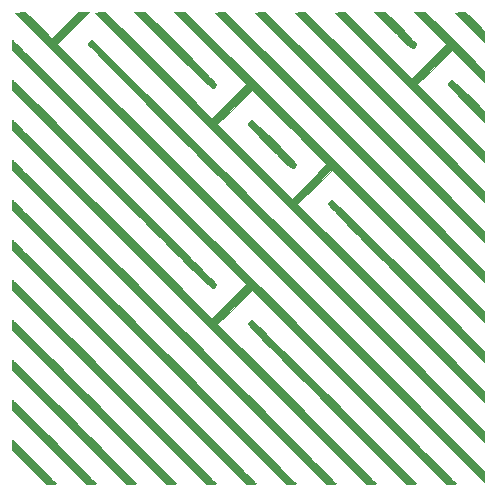
<source format=gbr>
G04 #@! TF.GenerationSoftware,KiCad,Pcbnew,(5.1.4)-1*
G04 #@! TF.CreationDate,2019-10-10T18:27:07+02:00*
G04 #@! TF.ProjectId,Back,4261636b-2e6b-4696-9361-645f70636258,rev?*
G04 #@! TF.SameCoordinates,Original*
G04 #@! TF.FileFunction,Legend,Top*
G04 #@! TF.FilePolarity,Positive*
%FSLAX46Y46*%
G04 Gerber Fmt 4.6, Leading zero omitted, Abs format (unit mm)*
G04 Created by KiCad (PCBNEW (5.1.4)-1) date 2019-10-10 18:27:07*
%MOMM*%
%LPD*%
G04 APERTURE LIST*
%ADD10C,0.010000*%
G04 APERTURE END LIST*
D10*
G36*
X130073201Y-69301401D02*
G01*
X130246978Y-69177240D01*
X130335172Y-69162667D01*
X130429477Y-69220981D01*
X130622363Y-69383823D01*
X130895686Y-69633044D01*
X131231305Y-69950494D01*
X131611077Y-70318026D01*
X132016862Y-70717488D01*
X132430515Y-71130733D01*
X132833896Y-71539611D01*
X133208862Y-71925972D01*
X133537270Y-72271668D01*
X133800980Y-72558549D01*
X133981849Y-72768466D01*
X134061734Y-72883270D01*
X134064000Y-72892955D01*
X134007769Y-73065875D01*
X133962400Y-73125067D01*
X133798384Y-73215944D01*
X133728828Y-73226667D01*
X133634522Y-73168353D01*
X133441637Y-73005511D01*
X133168314Y-72756290D01*
X132832695Y-72438839D01*
X132452922Y-72071308D01*
X132047138Y-71671845D01*
X131633485Y-71258601D01*
X131230104Y-70849723D01*
X130855138Y-70463362D01*
X130526729Y-70117666D01*
X130263019Y-69830785D01*
X130082151Y-69620868D01*
X130002265Y-69506064D01*
X130000000Y-69496378D01*
X130073201Y-69301401D01*
X130073201Y-69301401D01*
G37*
X130073201Y-69301401D02*
X130246978Y-69177240D01*
X130335172Y-69162667D01*
X130429477Y-69220981D01*
X130622363Y-69383823D01*
X130895686Y-69633044D01*
X131231305Y-69950494D01*
X131611077Y-70318026D01*
X132016862Y-70717488D01*
X132430515Y-71130733D01*
X132833896Y-71539611D01*
X133208862Y-71925972D01*
X133537270Y-72271668D01*
X133800980Y-72558549D01*
X133981849Y-72768466D01*
X134061734Y-72883270D01*
X134064000Y-72892955D01*
X134007769Y-73065875D01*
X133962400Y-73125067D01*
X133798384Y-73215944D01*
X133728828Y-73226667D01*
X133634522Y-73168353D01*
X133441637Y-73005511D01*
X133168314Y-72756290D01*
X132832695Y-72438839D01*
X132452922Y-72071308D01*
X132047138Y-71671845D01*
X131633485Y-71258601D01*
X131230104Y-70849723D01*
X130855138Y-70463362D01*
X130526729Y-70117666D01*
X130263019Y-69830785D01*
X130082151Y-69620868D01*
X130002265Y-69506064D01*
X130000000Y-69496378D01*
X130073201Y-69301401D01*
G36*
X110030824Y-96423082D02*
G01*
X110061744Y-96278503D01*
X110082905Y-96256000D01*
X110157756Y-96313580D01*
X110332925Y-96474329D01*
X110590431Y-96720257D01*
X110912292Y-97033376D01*
X111280528Y-97395697D01*
X111677156Y-97789233D01*
X112084196Y-98195993D01*
X112483666Y-98597991D01*
X112857584Y-98977236D01*
X113187969Y-99315741D01*
X113456840Y-99595518D01*
X113646216Y-99798576D01*
X113738114Y-99906929D01*
X113744000Y-99918555D01*
X113668035Y-99955126D01*
X113474742Y-99977756D01*
X113340926Y-99981333D01*
X112937852Y-99981333D01*
X111478259Y-98519951D01*
X110018667Y-97058569D01*
X110018667Y-96657284D01*
X110030824Y-96423082D01*
X110030824Y-96423082D01*
G37*
X110030824Y-96423082D02*
X110061744Y-96278503D01*
X110082905Y-96256000D01*
X110157756Y-96313580D01*
X110332925Y-96474329D01*
X110590431Y-96720257D01*
X110912292Y-97033376D01*
X111280528Y-97395697D01*
X111677156Y-97789233D01*
X112084196Y-98195993D01*
X112483666Y-98597991D01*
X112857584Y-98977236D01*
X113187969Y-99315741D01*
X113456840Y-99595518D01*
X113646216Y-99798576D01*
X113738114Y-99906929D01*
X113744000Y-99918555D01*
X113668035Y-99955126D01*
X113474742Y-99977756D01*
X113340926Y-99981333D01*
X112937852Y-99981333D01*
X111478259Y-98519951D01*
X110018667Y-97058569D01*
X110018667Y-96657284D01*
X110030824Y-96423082D01*
G36*
X110030743Y-93036723D02*
G01*
X110061462Y-92891957D01*
X110082549Y-92869333D01*
X110153281Y-92927420D01*
X110330168Y-93093109D01*
X110600355Y-93353543D01*
X110950986Y-93695866D01*
X111369206Y-94107221D01*
X111842161Y-94574751D01*
X112356993Y-95085600D01*
X112900849Y-95626911D01*
X113460873Y-96185827D01*
X114024209Y-96749492D01*
X114578003Y-97305049D01*
X115109398Y-97839641D01*
X115605541Y-98340411D01*
X116053574Y-98794504D01*
X116440644Y-99189061D01*
X116753895Y-99511227D01*
X116980471Y-99748145D01*
X117107517Y-99886958D01*
X117130667Y-99918212D01*
X117054707Y-99955001D01*
X116861452Y-99977752D01*
X116728076Y-99981333D01*
X116325486Y-99981333D01*
X113172076Y-96827082D01*
X110018667Y-93672831D01*
X110018667Y-93271082D01*
X110030743Y-93036723D01*
X110030743Y-93036723D01*
G37*
X110030743Y-93036723D02*
X110061462Y-92891957D01*
X110082549Y-92869333D01*
X110153281Y-92927420D01*
X110330168Y-93093109D01*
X110600355Y-93353543D01*
X110950986Y-93695866D01*
X111369206Y-94107221D01*
X111842161Y-94574751D01*
X112356993Y-95085600D01*
X112900849Y-95626911D01*
X113460873Y-96185827D01*
X114024209Y-96749492D01*
X114578003Y-97305049D01*
X115109398Y-97839641D01*
X115605541Y-98340411D01*
X116053574Y-98794504D01*
X116440644Y-99189061D01*
X116753895Y-99511227D01*
X116980471Y-99748145D01*
X117107517Y-99886958D01*
X117130667Y-99918212D01*
X117054707Y-99955001D01*
X116861452Y-99977752D01*
X116728076Y-99981333D01*
X116325486Y-99981333D01*
X113172076Y-96827082D01*
X110018667Y-93672831D01*
X110018667Y-93271082D01*
X110030743Y-93036723D01*
G36*
X110030716Y-89650151D02*
G01*
X110061366Y-89505328D01*
X110082425Y-89482667D01*
X110151251Y-89541021D01*
X110328794Y-89709061D01*
X110604517Y-89976250D01*
X110967886Y-90332054D01*
X111408365Y-90765935D01*
X111915420Y-91267360D01*
X112478515Y-91825792D01*
X113087115Y-92430696D01*
X113730686Y-93071536D01*
X114398692Y-93737777D01*
X115080598Y-94418882D01*
X115765870Y-95104318D01*
X116443971Y-95783547D01*
X117104368Y-96446034D01*
X117736524Y-97081244D01*
X118329906Y-97678641D01*
X118873977Y-98227690D01*
X119358203Y-98717855D01*
X119772049Y-99138600D01*
X120104979Y-99479391D01*
X120346460Y-99729690D01*
X120485954Y-99878963D01*
X120517333Y-99918090D01*
X120441375Y-99954956D01*
X120248132Y-99977750D01*
X120114890Y-99981333D01*
X119712448Y-99981333D01*
X114865557Y-95133893D01*
X110018667Y-90286453D01*
X110018667Y-89884560D01*
X110030716Y-89650151D01*
X110030716Y-89650151D01*
G37*
X110030716Y-89650151D02*
X110061366Y-89505328D01*
X110082425Y-89482667D01*
X110151251Y-89541021D01*
X110328794Y-89709061D01*
X110604517Y-89976250D01*
X110967886Y-90332054D01*
X111408365Y-90765935D01*
X111915420Y-91267360D01*
X112478515Y-91825792D01*
X113087115Y-92430696D01*
X113730686Y-93071536D01*
X114398692Y-93737777D01*
X115080598Y-94418882D01*
X115765870Y-95104318D01*
X116443971Y-95783547D01*
X117104368Y-96446034D01*
X117736524Y-97081244D01*
X118329906Y-97678641D01*
X118873977Y-98227690D01*
X119358203Y-98717855D01*
X119772049Y-99138600D01*
X120104979Y-99479391D01*
X120346460Y-99729690D01*
X120485954Y-99878963D01*
X120517333Y-99918090D01*
X120441375Y-99954956D01*
X120248132Y-99977750D01*
X120114890Y-99981333D01*
X119712448Y-99981333D01*
X114865557Y-95133893D01*
X110018667Y-90286453D01*
X110018667Y-89884560D01*
X110030716Y-89650151D01*
G36*
X110030702Y-86263531D02*
G01*
X110061317Y-86118680D01*
X110082361Y-86096000D01*
X110150031Y-86154527D01*
X110327932Y-86324014D01*
X110606923Y-86595320D01*
X110977865Y-86959305D01*
X111431616Y-87406828D01*
X111959036Y-87928747D01*
X112550985Y-88515923D01*
X113198323Y-89159215D01*
X113891908Y-89849482D01*
X114622601Y-90577582D01*
X115381260Y-91334376D01*
X116158746Y-92110723D01*
X116945917Y-92897482D01*
X117733634Y-93685511D01*
X118512756Y-94465672D01*
X119274142Y-95228822D01*
X120008652Y-95965820D01*
X120707146Y-96667528D01*
X121360482Y-97324802D01*
X121959521Y-97928504D01*
X122495122Y-98469491D01*
X122958145Y-98938624D01*
X123339448Y-99326761D01*
X123629892Y-99624762D01*
X123820336Y-99823486D01*
X123901640Y-99913792D01*
X123904000Y-99918027D01*
X123828043Y-99954933D01*
X123634805Y-99977749D01*
X123501628Y-99981333D01*
X123099257Y-99981333D01*
X116558962Y-93440630D01*
X110018667Y-86899926D01*
X110018667Y-86497963D01*
X110030702Y-86263531D01*
X110030702Y-86263531D01*
G37*
X110030702Y-86263531D02*
X110061317Y-86118680D01*
X110082361Y-86096000D01*
X110150031Y-86154527D01*
X110327932Y-86324014D01*
X110606923Y-86595320D01*
X110977865Y-86959305D01*
X111431616Y-87406828D01*
X111959036Y-87928747D01*
X112550985Y-88515923D01*
X113198323Y-89159215D01*
X113891908Y-89849482D01*
X114622601Y-90577582D01*
X115381260Y-91334376D01*
X116158746Y-92110723D01*
X116945917Y-92897482D01*
X117733634Y-93685511D01*
X118512756Y-94465672D01*
X119274142Y-95228822D01*
X120008652Y-95965820D01*
X120707146Y-96667528D01*
X121360482Y-97324802D01*
X121959521Y-97928504D01*
X122495122Y-98469491D01*
X122958145Y-98938624D01*
X123339448Y-99326761D01*
X123629892Y-99624762D01*
X123820336Y-99823486D01*
X123901640Y-99913792D01*
X123904000Y-99918027D01*
X123828043Y-99954933D01*
X123634805Y-99977749D01*
X123501628Y-99981333D01*
X123099257Y-99981333D01*
X116558962Y-93440630D01*
X110018667Y-86899926D01*
X110018667Y-86497963D01*
X110030702Y-86263531D01*
G36*
X121322561Y-60018667D02*
G01*
X124306614Y-63003608D01*
X124892991Y-63592713D01*
X125441201Y-64148411D01*
X125939810Y-64658763D01*
X126377383Y-65111832D01*
X126742487Y-65495678D01*
X127023689Y-65798364D01*
X127209555Y-66007951D01*
X127288650Y-66112502D01*
X127290667Y-66119341D01*
X127234421Y-66292536D01*
X127189067Y-66351733D01*
X127025259Y-66442603D01*
X126955815Y-66453333D01*
X126872576Y-66395020D01*
X126681622Y-66227418D01*
X126394412Y-65961540D01*
X126022404Y-65608397D01*
X125577056Y-65178997D01*
X125069828Y-64684353D01*
X124512176Y-64135475D01*
X123915561Y-63543374D01*
X123607667Y-63236000D01*
X120391169Y-60018667D01*
X121322561Y-60018667D01*
X121322561Y-60018667D01*
G37*
X121322561Y-60018667D02*
X124306614Y-63003608D01*
X124892991Y-63592713D01*
X125441201Y-64148411D01*
X125939810Y-64658763D01*
X126377383Y-65111832D01*
X126742487Y-65495678D01*
X127023689Y-65798364D01*
X127209555Y-66007951D01*
X127288650Y-66112502D01*
X127290667Y-66119341D01*
X127234421Y-66292536D01*
X127189067Y-66351733D01*
X127025259Y-66442603D01*
X126955815Y-66453333D01*
X126872576Y-66395020D01*
X126681622Y-66227418D01*
X126394412Y-65961540D01*
X126022404Y-65608397D01*
X125577056Y-65178997D01*
X125069828Y-64684353D01*
X124512176Y-64135475D01*
X123915561Y-63543374D01*
X123607667Y-63236000D01*
X120391169Y-60018667D01*
X121322561Y-60018667D01*
G36*
X110030693Y-65943561D02*
G01*
X110061287Y-65798691D01*
X110082323Y-65776000D01*
X110153520Y-65834841D01*
X110335592Y-66005891D01*
X110620364Y-66280943D01*
X110999660Y-66651787D01*
X111465304Y-67110216D01*
X112009120Y-67648021D01*
X112622931Y-68256994D01*
X113298562Y-68928926D01*
X114027837Y-69655609D01*
X114802580Y-70428835D01*
X115614614Y-71240396D01*
X116455764Y-72082083D01*
X117317854Y-72945687D01*
X118192707Y-73823001D01*
X119072149Y-74705817D01*
X119948002Y-75585925D01*
X120812090Y-76455117D01*
X121656239Y-77305186D01*
X122472271Y-78127922D01*
X123252011Y-78915118D01*
X123987282Y-79658565D01*
X124669909Y-80350055D01*
X125291716Y-80981379D01*
X125844527Y-81544329D01*
X126320165Y-82030698D01*
X126710455Y-82432275D01*
X127007220Y-82740854D01*
X127202286Y-82948226D01*
X127287475Y-83046182D01*
X127290667Y-83052389D01*
X127234407Y-83225863D01*
X127189067Y-83285067D01*
X127025426Y-83375929D01*
X126956074Y-83386667D01*
X126881696Y-83327824D01*
X126694681Y-83155817D01*
X126401918Y-82877429D01*
X126010296Y-82499443D01*
X125526704Y-82028643D01*
X124958032Y-81471811D01*
X124311167Y-80835732D01*
X123592999Y-80127187D01*
X122810417Y-79352961D01*
X121970311Y-78519836D01*
X121079568Y-77634595D01*
X120145078Y-76704023D01*
X119173730Y-75734901D01*
X118421674Y-74983341D01*
X110018667Y-66580016D01*
X110018667Y-66178008D01*
X110030693Y-65943561D01*
X110030693Y-65943561D01*
G37*
X110030693Y-65943561D02*
X110061287Y-65798691D01*
X110082323Y-65776000D01*
X110153520Y-65834841D01*
X110335592Y-66005891D01*
X110620364Y-66280943D01*
X110999660Y-66651787D01*
X111465304Y-67110216D01*
X112009120Y-67648021D01*
X112622931Y-68256994D01*
X113298562Y-68928926D01*
X114027837Y-69655609D01*
X114802580Y-70428835D01*
X115614614Y-71240396D01*
X116455764Y-72082083D01*
X117317854Y-72945687D01*
X118192707Y-73823001D01*
X119072149Y-74705817D01*
X119948002Y-75585925D01*
X120812090Y-76455117D01*
X121656239Y-77305186D01*
X122472271Y-78127922D01*
X123252011Y-78915118D01*
X123987282Y-79658565D01*
X124669909Y-80350055D01*
X125291716Y-80981379D01*
X125844527Y-81544329D01*
X126320165Y-82030698D01*
X126710455Y-82432275D01*
X127007220Y-82740854D01*
X127202286Y-82948226D01*
X127287475Y-83046182D01*
X127290667Y-83052389D01*
X127234407Y-83225863D01*
X127189067Y-83285067D01*
X127025426Y-83375929D01*
X126956074Y-83386667D01*
X126881696Y-83327824D01*
X126694681Y-83155817D01*
X126401918Y-82877429D01*
X126010296Y-82499443D01*
X125526704Y-82028643D01*
X124958032Y-81471811D01*
X124311167Y-80835732D01*
X123592999Y-80127187D01*
X122810417Y-79352961D01*
X121970311Y-78519836D01*
X121079568Y-77634595D01*
X120145078Y-76704023D01*
X119173730Y-75734901D01*
X118421674Y-74983341D01*
X110018667Y-66580016D01*
X110018667Y-66178008D01*
X110030693Y-65943561D01*
G36*
X110030693Y-82876892D02*
G01*
X110061287Y-82732024D01*
X110082323Y-82709333D01*
X110149194Y-82767984D01*
X110327325Y-82938477D01*
X110608531Y-83212630D01*
X110984628Y-83582257D01*
X111447431Y-84039174D01*
X111988756Y-84575196D01*
X112600417Y-85182138D01*
X113274231Y-85851815D01*
X114002013Y-86576043D01*
X114775578Y-87346637D01*
X115586742Y-88155413D01*
X116427320Y-88994185D01*
X117289127Y-89854769D01*
X118163980Y-90728980D01*
X119043693Y-91608633D01*
X119920082Y-92485545D01*
X120784962Y-93351529D01*
X121630149Y-94198402D01*
X122447458Y-95017979D01*
X123228705Y-95802074D01*
X123965705Y-96542504D01*
X124650274Y-97231083D01*
X125274226Y-97859627D01*
X125829378Y-98419951D01*
X126307545Y-98903871D01*
X126700542Y-99303201D01*
X127000185Y-99609757D01*
X127198289Y-99815355D01*
X127286670Y-99911809D01*
X127290667Y-99917989D01*
X127214710Y-99954919D01*
X127021476Y-99977748D01*
X126888337Y-99981333D01*
X126486008Y-99981333D01*
X118252337Y-91747338D01*
X110018667Y-83513343D01*
X110018667Y-83111338D01*
X110030693Y-82876892D01*
X110030693Y-82876892D01*
G37*
X110030693Y-82876892D02*
X110061287Y-82732024D01*
X110082323Y-82709333D01*
X110149194Y-82767984D01*
X110327325Y-82938477D01*
X110608531Y-83212630D01*
X110984628Y-83582257D01*
X111447431Y-84039174D01*
X111988756Y-84575196D01*
X112600417Y-85182138D01*
X113274231Y-85851815D01*
X114002013Y-86576043D01*
X114775578Y-87346637D01*
X115586742Y-88155413D01*
X116427320Y-88994185D01*
X117289127Y-89854769D01*
X118163980Y-90728980D01*
X119043693Y-91608633D01*
X119920082Y-92485545D01*
X120784962Y-93351529D01*
X121630149Y-94198402D01*
X122447458Y-95017979D01*
X123228705Y-95802074D01*
X123965705Y-96542504D01*
X124650274Y-97231083D01*
X125274226Y-97859627D01*
X125829378Y-98419951D01*
X126307545Y-98903871D01*
X126700542Y-99303201D01*
X127000185Y-99609757D01*
X127198289Y-99815355D01*
X127286670Y-99911809D01*
X127290667Y-99917989D01*
X127214710Y-99954919D01*
X127021476Y-99977748D01*
X126888337Y-99981333D01*
X126486008Y-99981333D01*
X118252337Y-91747338D01*
X110018667Y-83513343D01*
X110018667Y-83111338D01*
X110030693Y-82876892D01*
G36*
X110030688Y-79490243D02*
G01*
X110061268Y-79345364D01*
X110082297Y-79322667D01*
X110148575Y-79381411D01*
X110326868Y-79552658D01*
X110609701Y-79828930D01*
X110989595Y-80202752D01*
X111459075Y-80666646D01*
X112010662Y-81213134D01*
X112636881Y-81834740D01*
X113330254Y-82523986D01*
X114083303Y-83273396D01*
X114888553Y-84075493D01*
X115738526Y-84922799D01*
X116625746Y-85807837D01*
X117542734Y-86723131D01*
X118482015Y-87661202D01*
X119436111Y-88614575D01*
X120397545Y-89575772D01*
X121358840Y-90537316D01*
X122312520Y-91491729D01*
X123251107Y-92431536D01*
X124167125Y-93349258D01*
X125053096Y-94237419D01*
X125901543Y-95088541D01*
X126704990Y-95895149D01*
X127455960Y-96649763D01*
X128146975Y-97344908D01*
X128770558Y-97973106D01*
X129319233Y-98526881D01*
X129785522Y-98998755D01*
X130161949Y-99381251D01*
X130441037Y-99666892D01*
X130615309Y-99848201D01*
X130677287Y-99917701D01*
X130677333Y-99917964D01*
X130601377Y-99954909D01*
X130408145Y-99977747D01*
X130275031Y-99981333D01*
X129872730Y-99981333D01*
X119945698Y-90054032D01*
X110018667Y-80126731D01*
X110018667Y-79724699D01*
X110030688Y-79490243D01*
X110030688Y-79490243D01*
G37*
X110030688Y-79490243D02*
X110061268Y-79345364D01*
X110082297Y-79322667D01*
X110148575Y-79381411D01*
X110326868Y-79552658D01*
X110609701Y-79828930D01*
X110989595Y-80202752D01*
X111459075Y-80666646D01*
X112010662Y-81213134D01*
X112636881Y-81834740D01*
X113330254Y-82523986D01*
X114083303Y-83273396D01*
X114888553Y-84075493D01*
X115738526Y-84922799D01*
X116625746Y-85807837D01*
X117542734Y-86723131D01*
X118482015Y-87661202D01*
X119436111Y-88614575D01*
X120397545Y-89575772D01*
X121358840Y-90537316D01*
X122312520Y-91491729D01*
X123251107Y-92431536D01*
X124167125Y-93349258D01*
X125053096Y-94237419D01*
X125901543Y-95088541D01*
X126704990Y-95895149D01*
X127455960Y-96649763D01*
X128146975Y-97344908D01*
X128770558Y-97973106D01*
X129319233Y-98526881D01*
X129785522Y-98998755D01*
X130161949Y-99381251D01*
X130441037Y-99666892D01*
X130615309Y-99848201D01*
X130677287Y-99917701D01*
X130677333Y-99917964D01*
X130601377Y-99954909D01*
X130408145Y-99977747D01*
X130275031Y-99981333D01*
X129872730Y-99981333D01*
X119945698Y-90054032D01*
X110018667Y-80126731D01*
X110018667Y-79724699D01*
X110030688Y-79490243D01*
G36*
X110030684Y-76103590D02*
G01*
X110061254Y-75958703D01*
X110082279Y-75936000D01*
X110148092Y-75994819D01*
X110326508Y-76166656D01*
X110610599Y-76444588D01*
X110993440Y-76821686D01*
X111468104Y-77291026D01*
X112027666Y-77845681D01*
X112665200Y-78478725D01*
X113373780Y-79183232D01*
X114146479Y-79952276D01*
X114976372Y-80778932D01*
X115856532Y-81656272D01*
X116780035Y-82577371D01*
X117739953Y-83535303D01*
X118729361Y-84523141D01*
X119741332Y-85533960D01*
X120768941Y-86560834D01*
X121805263Y-87596837D01*
X122843369Y-88635042D01*
X123876336Y-89668523D01*
X124897236Y-90690355D01*
X125899145Y-91693611D01*
X126875135Y-92671365D01*
X127818281Y-93616692D01*
X128721656Y-94522665D01*
X129578336Y-95382358D01*
X130381393Y-96188845D01*
X131123902Y-96935200D01*
X131798937Y-97614497D01*
X132399572Y-98219809D01*
X132918881Y-98744212D01*
X133349937Y-99180778D01*
X133685815Y-99522583D01*
X133919590Y-99762698D01*
X134044334Y-99894200D01*
X134064000Y-99917945D01*
X133988044Y-99954902D01*
X133794813Y-99977747D01*
X133661718Y-99981333D01*
X133259436Y-99981333D01*
X121639051Y-88360718D01*
X110018667Y-76740103D01*
X110018667Y-76338052D01*
X110030684Y-76103590D01*
X110030684Y-76103590D01*
G37*
X110030684Y-76103590D02*
X110061254Y-75958703D01*
X110082279Y-75936000D01*
X110148092Y-75994819D01*
X110326508Y-76166656D01*
X110610599Y-76444588D01*
X110993440Y-76821686D01*
X111468104Y-77291026D01*
X112027666Y-77845681D01*
X112665200Y-78478725D01*
X113373780Y-79183232D01*
X114146479Y-79952276D01*
X114976372Y-80778932D01*
X115856532Y-81656272D01*
X116780035Y-82577371D01*
X117739953Y-83535303D01*
X118729361Y-84523141D01*
X119741332Y-85533960D01*
X120768941Y-86560834D01*
X121805263Y-87596837D01*
X122843369Y-88635042D01*
X123876336Y-89668523D01*
X124897236Y-90690355D01*
X125899145Y-91693611D01*
X126875135Y-92671365D01*
X127818281Y-93616692D01*
X128721656Y-94522665D01*
X129578336Y-95382358D01*
X130381393Y-96188845D01*
X131123902Y-96935200D01*
X131798937Y-97614497D01*
X132399572Y-98219809D01*
X132918881Y-98744212D01*
X133349937Y-99180778D01*
X133685815Y-99522583D01*
X133919590Y-99762698D01*
X134044334Y-99894200D01*
X134064000Y-99917945D01*
X133988044Y-99954902D01*
X133794813Y-99977747D01*
X133661718Y-99981333D01*
X133259436Y-99981333D01*
X121639051Y-88360718D01*
X110018667Y-76740103D01*
X110018667Y-76338052D01*
X110030684Y-76103590D01*
G36*
X110030675Y-72717066D02*
G01*
X110061224Y-72572093D01*
X110082265Y-72549333D01*
X110147703Y-72608213D01*
X110326214Y-72780531D01*
X110611316Y-73059805D01*
X110996528Y-73439556D01*
X111475369Y-73913300D01*
X112041357Y-74474558D01*
X112688012Y-75116848D01*
X113408852Y-75833688D01*
X114197395Y-76618597D01*
X115047161Y-77465094D01*
X115951668Y-78366698D01*
X116904436Y-79316927D01*
X117898982Y-80309300D01*
X118928826Y-81337336D01*
X119987486Y-82394553D01*
X121068481Y-83474471D01*
X122165330Y-84570607D01*
X123271551Y-85676481D01*
X124380664Y-86785611D01*
X125486188Y-87891517D01*
X126581640Y-88987716D01*
X127660539Y-90067727D01*
X128716405Y-91125070D01*
X129742756Y-92153263D01*
X130733112Y-93145824D01*
X131680989Y-94096272D01*
X132579909Y-94998127D01*
X133423388Y-95844906D01*
X134204947Y-96630129D01*
X134918103Y-97347314D01*
X135556375Y-97989980D01*
X136113283Y-98551645D01*
X136582345Y-99025828D01*
X136957080Y-99406049D01*
X137231006Y-99685825D01*
X137397642Y-99858676D01*
X137450667Y-99917931D01*
X137374713Y-99954905D01*
X137181499Y-99977753D01*
X137048600Y-99981333D01*
X136646534Y-99981333D01*
X123332600Y-86667601D01*
X110018667Y-73353868D01*
X110018667Y-72951601D01*
X110030675Y-72717066D01*
X110030675Y-72717066D01*
G37*
X110030675Y-72717066D02*
X110061224Y-72572093D01*
X110082265Y-72549333D01*
X110147703Y-72608213D01*
X110326214Y-72780531D01*
X110611316Y-73059805D01*
X110996528Y-73439556D01*
X111475369Y-73913300D01*
X112041357Y-74474558D01*
X112688012Y-75116848D01*
X113408852Y-75833688D01*
X114197395Y-76618597D01*
X115047161Y-77465094D01*
X115951668Y-78366698D01*
X116904436Y-79316927D01*
X117898982Y-80309300D01*
X118928826Y-81337336D01*
X119987486Y-82394553D01*
X121068481Y-83474471D01*
X122165330Y-84570607D01*
X123271551Y-85676481D01*
X124380664Y-86785611D01*
X125486188Y-87891517D01*
X126581640Y-88987716D01*
X127660539Y-90067727D01*
X128716405Y-91125070D01*
X129742756Y-92153263D01*
X130733112Y-93145824D01*
X131680989Y-94096272D01*
X132579909Y-94998127D01*
X133423388Y-95844906D01*
X134204947Y-96630129D01*
X134918103Y-97347314D01*
X135556375Y-97989980D01*
X136113283Y-98551645D01*
X136582345Y-99025828D01*
X136957080Y-99406049D01*
X137231006Y-99685825D01*
X137397642Y-99858676D01*
X137450667Y-99917931D01*
X137374713Y-99954905D01*
X137181499Y-99977753D01*
X137048600Y-99981333D01*
X136646534Y-99981333D01*
X123332600Y-86667601D01*
X110018667Y-73353868D01*
X110018667Y-72951601D01*
X110030675Y-72717066D01*
G36*
X141643715Y-60018667D02*
G01*
X142933858Y-61310826D01*
X143314226Y-61697601D01*
X143650168Y-62050325D01*
X143924146Y-62349660D01*
X144118621Y-62576271D01*
X144216055Y-62710821D01*
X144224000Y-62733226D01*
X144167783Y-62905881D01*
X144122400Y-62965067D01*
X143958291Y-63055948D01*
X143888684Y-63066667D01*
X143794979Y-63008873D01*
X143600290Y-62846244D01*
X143322128Y-62594913D01*
X142978005Y-62271011D01*
X142585431Y-61890669D01*
X142234333Y-61542667D01*
X140712097Y-60018667D01*
X141643715Y-60018667D01*
X141643715Y-60018667D01*
G37*
X141643715Y-60018667D02*
X142933858Y-61310826D01*
X143314226Y-61697601D01*
X143650168Y-62050325D01*
X143924146Y-62349660D01*
X144118621Y-62576271D01*
X144216055Y-62710821D01*
X144224000Y-62733226D01*
X144167783Y-62905881D01*
X144122400Y-62965067D01*
X143958291Y-63055948D01*
X143888684Y-63066667D01*
X143794979Y-63008873D01*
X143600290Y-62846244D01*
X143322128Y-62594913D01*
X142978005Y-62271011D01*
X142585431Y-61890669D01*
X142234333Y-61542667D01*
X140712097Y-60018667D01*
X141643715Y-60018667D01*
G36*
X130073191Y-86234819D02*
G01*
X130246897Y-86110492D01*
X130334628Y-86096000D01*
X130407453Y-86154477D01*
X130590569Y-86323823D01*
X130874803Y-86594909D01*
X131250982Y-86958606D01*
X131709933Y-87405785D01*
X132242482Y-87927318D01*
X132839456Y-88514076D01*
X133491682Y-89156930D01*
X134189986Y-89846750D01*
X134925196Y-90574410D01*
X135688138Y-91330779D01*
X136469639Y-92106729D01*
X137260525Y-92893131D01*
X138051623Y-93680856D01*
X138833761Y-94460776D01*
X139597765Y-95223762D01*
X140334461Y-95960685D01*
X141034676Y-96662416D01*
X141689238Y-97319826D01*
X142288972Y-97923788D01*
X142824705Y-98465171D01*
X143287265Y-98934847D01*
X143667478Y-99323688D01*
X143956171Y-99622564D01*
X144144171Y-99822347D01*
X144222303Y-99913908D01*
X144224000Y-99918027D01*
X144148043Y-99954933D01*
X143954806Y-99977749D01*
X143821633Y-99981333D01*
X143419267Y-99981333D01*
X136709633Y-93271302D01*
X135823221Y-92383690D01*
X134971070Y-91528146D01*
X134160775Y-90712414D01*
X133399931Y-89944238D01*
X132696135Y-89231364D01*
X132056983Y-88581534D01*
X131490068Y-88002493D01*
X131002988Y-87501987D01*
X130603337Y-87087759D01*
X130298712Y-86767553D01*
X130096707Y-86549113D01*
X130004918Y-86440185D01*
X130000000Y-86430235D01*
X130073191Y-86234819D01*
X130073191Y-86234819D01*
G37*
X130073191Y-86234819D02*
X130246897Y-86110492D01*
X130334628Y-86096000D01*
X130407453Y-86154477D01*
X130590569Y-86323823D01*
X130874803Y-86594909D01*
X131250982Y-86958606D01*
X131709933Y-87405785D01*
X132242482Y-87927318D01*
X132839456Y-88514076D01*
X133491682Y-89156930D01*
X134189986Y-89846750D01*
X134925196Y-90574410D01*
X135688138Y-91330779D01*
X136469639Y-92106729D01*
X137260525Y-92893131D01*
X138051623Y-93680856D01*
X138833761Y-94460776D01*
X139597765Y-95223762D01*
X140334461Y-95960685D01*
X141034676Y-96662416D01*
X141689238Y-97319826D01*
X142288972Y-97923788D01*
X142824705Y-98465171D01*
X143287265Y-98934847D01*
X143667478Y-99323688D01*
X143956171Y-99622564D01*
X144144171Y-99822347D01*
X144222303Y-99913908D01*
X144224000Y-99918027D01*
X144148043Y-99954933D01*
X143954806Y-99977749D01*
X143821633Y-99981333D01*
X143419267Y-99981333D01*
X136709633Y-93271302D01*
X135823221Y-92383690D01*
X134971070Y-91528146D01*
X134160775Y-90712414D01*
X133399931Y-89944238D01*
X132696135Y-89231364D01*
X132056983Y-88581534D01*
X131490068Y-88002493D01*
X131002988Y-87501987D01*
X130603337Y-87087759D01*
X130298712Y-86767553D01*
X130096707Y-86549113D01*
X130004918Y-86440185D01*
X130000000Y-86430235D01*
X130073191Y-86234819D01*
G36*
X110030632Y-69330273D02*
G01*
X110061070Y-69185376D01*
X110082008Y-69162667D01*
X110148285Y-69221455D01*
X110327376Y-69393305D01*
X110612455Y-69671441D01*
X110996698Y-70049091D01*
X111473279Y-70519481D01*
X112035372Y-71075836D01*
X112676154Y-71711384D01*
X113388798Y-72419349D01*
X114166480Y-73192959D01*
X115002374Y-74025440D01*
X115889656Y-74910017D01*
X116821500Y-75839917D01*
X117791082Y-76808367D01*
X118548601Y-77565600D01*
X126951853Y-85968534D01*
X128412205Y-84508181D01*
X129872558Y-83047829D01*
X119945612Y-73120613D01*
X110018667Y-63193398D01*
X110018667Y-62791366D01*
X110030677Y-62556910D01*
X110061228Y-62412031D01*
X110082238Y-62389333D01*
X110146872Y-62448346D01*
X110325578Y-62621698D01*
X110612824Y-62903856D01*
X111003080Y-63289290D01*
X111490814Y-63772468D01*
X112070494Y-64347859D01*
X112736590Y-65009930D01*
X113483569Y-65753152D01*
X114305900Y-66571992D01*
X115198053Y-67460919D01*
X116154494Y-68414402D01*
X117169694Y-69426908D01*
X118238121Y-70492908D01*
X119354242Y-71606868D01*
X120512528Y-72763259D01*
X121707446Y-73956547D01*
X122933465Y-75181203D01*
X124185054Y-76431694D01*
X125456681Y-77702490D01*
X126742814Y-78988058D01*
X128037923Y-80282867D01*
X129336477Y-81581386D01*
X130632942Y-82878083D01*
X131921789Y-84167428D01*
X133197486Y-85443888D01*
X134454501Y-86701932D01*
X135687303Y-87936029D01*
X136890360Y-89140647D01*
X138058142Y-90310254D01*
X139185117Y-91439321D01*
X140265752Y-92522314D01*
X141294518Y-93553703D01*
X142265882Y-94527955D01*
X143174314Y-95439541D01*
X144014281Y-96282928D01*
X144780252Y-97052584D01*
X145466696Y-97742979D01*
X146068082Y-98348581D01*
X146578878Y-98863859D01*
X146993552Y-99283281D01*
X147306574Y-99601315D01*
X147512412Y-99812431D01*
X147605534Y-99911096D01*
X147610667Y-99917905D01*
X147534714Y-99954896D01*
X147341504Y-99977753D01*
X147208662Y-99981333D01*
X146806657Y-99981333D01*
X138572734Y-91747735D01*
X130338810Y-83514136D01*
X128878492Y-84974455D01*
X127418173Y-86434774D01*
X134127753Y-93144752D01*
X135013674Y-94031279D01*
X135865376Y-94884644D01*
X136675277Y-95697194D01*
X137435795Y-96461274D01*
X138139346Y-97169228D01*
X138778348Y-97813402D01*
X139345218Y-98386141D01*
X139832372Y-98879791D01*
X140232229Y-99286696D01*
X140537205Y-99599201D01*
X140739718Y-99809653D01*
X140832184Y-99910395D01*
X140837333Y-99918032D01*
X140761378Y-99954939D01*
X140568148Y-99977753D01*
X140435077Y-99981333D01*
X140032821Y-99981333D01*
X125025744Y-84974078D01*
X110018667Y-69966822D01*
X110018667Y-69564744D01*
X110030632Y-69330273D01*
X110030632Y-69330273D01*
G37*
X110030632Y-69330273D02*
X110061070Y-69185376D01*
X110082008Y-69162667D01*
X110148285Y-69221455D01*
X110327376Y-69393305D01*
X110612455Y-69671441D01*
X110996698Y-70049091D01*
X111473279Y-70519481D01*
X112035372Y-71075836D01*
X112676154Y-71711384D01*
X113388798Y-72419349D01*
X114166480Y-73192959D01*
X115002374Y-74025440D01*
X115889656Y-74910017D01*
X116821500Y-75839917D01*
X117791082Y-76808367D01*
X118548601Y-77565600D01*
X126951853Y-85968534D01*
X128412205Y-84508181D01*
X129872558Y-83047829D01*
X119945612Y-73120613D01*
X110018667Y-63193398D01*
X110018667Y-62791366D01*
X110030677Y-62556910D01*
X110061228Y-62412031D01*
X110082238Y-62389333D01*
X110146872Y-62448346D01*
X110325578Y-62621698D01*
X110612824Y-62903856D01*
X111003080Y-63289290D01*
X111490814Y-63772468D01*
X112070494Y-64347859D01*
X112736590Y-65009930D01*
X113483569Y-65753152D01*
X114305900Y-66571992D01*
X115198053Y-67460919D01*
X116154494Y-68414402D01*
X117169694Y-69426908D01*
X118238121Y-70492908D01*
X119354242Y-71606868D01*
X120512528Y-72763259D01*
X121707446Y-73956547D01*
X122933465Y-75181203D01*
X124185054Y-76431694D01*
X125456681Y-77702490D01*
X126742814Y-78988058D01*
X128037923Y-80282867D01*
X129336477Y-81581386D01*
X130632942Y-82878083D01*
X131921789Y-84167428D01*
X133197486Y-85443888D01*
X134454501Y-86701932D01*
X135687303Y-87936029D01*
X136890360Y-89140647D01*
X138058142Y-90310254D01*
X139185117Y-91439321D01*
X140265752Y-92522314D01*
X141294518Y-93553703D01*
X142265882Y-94527955D01*
X143174314Y-95439541D01*
X144014281Y-96282928D01*
X144780252Y-97052584D01*
X145466696Y-97742979D01*
X146068082Y-98348581D01*
X146578878Y-98863859D01*
X146993552Y-99283281D01*
X147306574Y-99601315D01*
X147512412Y-99812431D01*
X147605534Y-99911096D01*
X147610667Y-99917905D01*
X147534714Y-99954896D01*
X147341504Y-99977753D01*
X147208662Y-99981333D01*
X146806657Y-99981333D01*
X138572734Y-91747735D01*
X130338810Y-83514136D01*
X128878492Y-84974455D01*
X127418173Y-86434774D01*
X134127753Y-93144752D01*
X135013674Y-94031279D01*
X135865376Y-94884644D01*
X136675277Y-95697194D01*
X137435795Y-96461274D01*
X138139346Y-97169228D01*
X138778348Y-97813402D01*
X139345218Y-98386141D01*
X139832372Y-98879791D01*
X140232229Y-99286696D01*
X140537205Y-99599201D01*
X140739718Y-99809653D01*
X140832184Y-99910395D01*
X140837333Y-99918032D01*
X140761378Y-99954939D01*
X140568148Y-99977753D01*
X140435077Y-99981333D01*
X140032821Y-99981333D01*
X125025744Y-84974078D01*
X110018667Y-69966822D01*
X110018667Y-69564744D01*
X110030632Y-69330273D01*
G36*
X147962107Y-60034902D02*
G01*
X148401913Y-60008803D01*
X149191623Y-60795230D01*
X149981333Y-61581656D01*
X149981333Y-62514143D01*
X148751817Y-61287572D01*
X147522300Y-60061000D01*
X147962107Y-60034902D01*
X147962107Y-60034902D01*
G37*
X147962107Y-60034902D02*
X148401913Y-60008803D01*
X149191623Y-60795230D01*
X149981333Y-61581656D01*
X149981333Y-62514143D01*
X148751817Y-61287572D01*
X147522300Y-60061000D01*
X147962107Y-60034902D01*
G36*
X147006605Y-65914810D02*
G01*
X147180932Y-65790370D01*
X147268791Y-65776000D01*
X147365369Y-65833672D01*
X147560861Y-65994975D01*
X147835925Y-66242338D01*
X148171221Y-66558192D01*
X148547408Y-66924966D01*
X148691191Y-67068160D01*
X149981333Y-68360319D01*
X149981333Y-69287903D01*
X148457333Y-67765667D01*
X148042315Y-67346119D01*
X147670310Y-66960447D01*
X147357449Y-66626160D01*
X147119864Y-66360770D01*
X146973686Y-66181790D01*
X146933333Y-66111316D01*
X147006605Y-65914810D01*
X147006605Y-65914810D01*
G37*
X147006605Y-65914810D02*
X147180932Y-65790370D01*
X147268791Y-65776000D01*
X147365369Y-65833672D01*
X147560861Y-65994975D01*
X147835925Y-66242338D01*
X148171221Y-66558192D01*
X148547408Y-66924966D01*
X148691191Y-67068160D01*
X149981333Y-68360319D01*
X149981333Y-69287903D01*
X148457333Y-67765667D01*
X148042315Y-67346119D01*
X147670310Y-66960447D01*
X147357449Y-66626160D01*
X147119864Y-66360770D01*
X146973686Y-66181790D01*
X146933333Y-66111316D01*
X147006605Y-65914810D01*
G36*
X137804094Y-60034863D02*
G01*
X138244122Y-60008727D01*
X143885500Y-65648219D01*
X145345267Y-64188453D01*
X146805033Y-62728686D01*
X145452009Y-61373677D01*
X144098985Y-60018667D01*
X145029410Y-60018667D01*
X147505371Y-62495696D01*
X149981333Y-64972725D01*
X149981333Y-65901015D01*
X148626323Y-64547991D01*
X147271314Y-63194967D01*
X145811547Y-64654733D01*
X144351781Y-66114500D01*
X149981333Y-71745934D01*
X149981333Y-72675907D01*
X143672700Y-66368454D01*
X137364067Y-60061000D01*
X137804094Y-60034863D01*
X137804094Y-60034863D01*
G37*
X137804094Y-60034863D02*
X138244122Y-60008727D01*
X143885500Y-65648219D01*
X145345267Y-64188453D01*
X146805033Y-62728686D01*
X145452009Y-61373677D01*
X144098985Y-60018667D01*
X145029410Y-60018667D01*
X147505371Y-62495696D01*
X149981333Y-64972725D01*
X149981333Y-65901015D01*
X148626323Y-64547991D01*
X147271314Y-63194967D01*
X145811547Y-64654733D01*
X144351781Y-66114500D01*
X149981333Y-71745934D01*
X149981333Y-72675907D01*
X143672700Y-66368454D01*
X137364067Y-60061000D01*
X137804094Y-60034863D01*
G36*
X134417755Y-60034854D02*
G01*
X134858020Y-60008707D01*
X142419677Y-67570010D01*
X149981333Y-75131312D01*
X149981333Y-76062664D01*
X141979412Y-68061832D01*
X133977490Y-60061000D01*
X134417755Y-60034854D01*
X134417755Y-60034854D01*
G37*
X134417755Y-60034854D02*
X134858020Y-60008707D01*
X142419677Y-67570010D01*
X149981333Y-75131312D01*
X149981333Y-76062664D01*
X141979412Y-68061832D01*
X133977490Y-60061000D01*
X134417755Y-60034854D01*
G36*
X131031149Y-60034853D02*
G01*
X131471416Y-60008705D01*
X140726374Y-69263374D01*
X149981333Y-78518044D01*
X149981333Y-79449390D01*
X140286107Y-69755195D01*
X130590882Y-60061000D01*
X131031149Y-60034853D01*
X131031149Y-60034853D01*
G37*
X131031149Y-60034853D02*
X131471416Y-60008705D01*
X140726374Y-69263374D01*
X149981333Y-78518044D01*
X149981333Y-79449390D01*
X140286107Y-69755195D01*
X130590882Y-60061000D01*
X131031149Y-60034853D01*
G36*
X127644524Y-60034852D02*
G01*
X128084792Y-60008703D01*
X139033063Y-70956729D01*
X149981333Y-81904755D01*
X149981333Y-82836097D01*
X138592795Y-71448549D01*
X127204256Y-60061000D01*
X127644524Y-60034852D01*
X127644524Y-60034852D01*
G37*
X127644524Y-60034852D02*
X128084792Y-60008703D01*
X139033063Y-70956729D01*
X149981333Y-81904755D01*
X149981333Y-82836097D01*
X138592795Y-71448549D01*
X127204256Y-60061000D01*
X127644524Y-60034852D01*
G36*
X136846540Y-76074843D02*
G01*
X137020362Y-75950439D01*
X137107977Y-75936000D01*
X137184494Y-75994708D01*
X137372513Y-76165635D01*
X137664074Y-76440984D01*
X138051221Y-76812959D01*
X138525998Y-77273762D01*
X139080446Y-77815596D01*
X139706609Y-78430666D01*
X140396531Y-79111174D01*
X141142253Y-79849323D01*
X141935818Y-80637318D01*
X142769271Y-81467360D01*
X143610377Y-82307376D01*
X149981333Y-88678751D01*
X149981333Y-89609260D01*
X143377333Y-83005667D01*
X142498008Y-82125227D01*
X141653007Y-81276874D01*
X140849990Y-80468417D01*
X140096611Y-79707665D01*
X139400530Y-79002428D01*
X138769402Y-78360515D01*
X138210886Y-77789734D01*
X137732639Y-77297895D01*
X137342317Y-76892808D01*
X137047578Y-76582281D01*
X136856080Y-76374123D01*
X136775479Y-76276143D01*
X136773333Y-76270637D01*
X136846540Y-76074843D01*
X136846540Y-76074843D01*
G37*
X136846540Y-76074843D02*
X137020362Y-75950439D01*
X137107977Y-75936000D01*
X137184494Y-75994708D01*
X137372513Y-76165635D01*
X137664074Y-76440984D01*
X138051221Y-76812959D01*
X138525998Y-77273762D01*
X139080446Y-77815596D01*
X139706609Y-78430666D01*
X140396531Y-79111174D01*
X141142253Y-79849323D01*
X141935818Y-80637318D01*
X142769271Y-81467360D01*
X143610377Y-82307376D01*
X149981333Y-88678751D01*
X149981333Y-89609260D01*
X143377333Y-83005667D01*
X142498008Y-82125227D01*
X141653007Y-81276874D01*
X140849990Y-80468417D01*
X140096611Y-79707665D01*
X139400530Y-79002428D01*
X138769402Y-78360515D01*
X138210886Y-77789734D01*
X137732639Y-77297895D01*
X137342317Y-76892808D01*
X137047578Y-76582281D01*
X136856080Y-76374123D01*
X136775479Y-76276143D01*
X136773333Y-76270637D01*
X136846540Y-76074843D01*
G36*
X117484394Y-60034858D02*
G01*
X117924459Y-60008715D01*
X122438224Y-64521889D01*
X126951990Y-69035063D01*
X129872252Y-66114801D01*
X123777882Y-60018667D01*
X124708546Y-60018667D01*
X137344939Y-72655273D01*
X149981333Y-85291879D01*
X149981333Y-86222582D01*
X143546715Y-79788382D01*
X137112098Y-73354182D01*
X134191476Y-76274804D01*
X142086405Y-84170071D01*
X149981333Y-92065338D01*
X149981333Y-92996170D01*
X133724541Y-76740284D01*
X133724541Y-75807924D01*
X135164270Y-74370063D01*
X135565934Y-73967178D01*
X135924440Y-73604248D01*
X136223343Y-73298191D01*
X136446200Y-73065930D01*
X136576568Y-72924386D01*
X136604000Y-72888505D01*
X136545882Y-72822029D01*
X136378933Y-72647279D01*
X136114263Y-72375516D01*
X135762979Y-72017999D01*
X135336189Y-71585989D01*
X134845003Y-71090747D01*
X134300528Y-70543532D01*
X133713874Y-69955605D01*
X133471272Y-69712939D01*
X130338544Y-66581069D01*
X128878330Y-68041284D01*
X127418115Y-69501498D01*
X133724541Y-75807924D01*
X133724541Y-76740284D01*
X117044329Y-60061000D01*
X117484394Y-60034858D01*
X117484394Y-60034858D01*
G37*
X117484394Y-60034858D02*
X117924459Y-60008715D01*
X122438224Y-64521889D01*
X126951990Y-69035063D01*
X129872252Y-66114801D01*
X123777882Y-60018667D01*
X124708546Y-60018667D01*
X137344939Y-72655273D01*
X149981333Y-85291879D01*
X149981333Y-86222582D01*
X143546715Y-79788382D01*
X137112098Y-73354182D01*
X134191476Y-76274804D01*
X142086405Y-84170071D01*
X149981333Y-92065338D01*
X149981333Y-92996170D01*
X133724541Y-76740284D01*
X133724541Y-75807924D01*
X135164270Y-74370063D01*
X135565934Y-73967178D01*
X135924440Y-73604248D01*
X136223343Y-73298191D01*
X136446200Y-73065930D01*
X136576568Y-72924386D01*
X136604000Y-72888505D01*
X136545882Y-72822029D01*
X136378933Y-72647279D01*
X136114263Y-72375516D01*
X135762979Y-72017999D01*
X135336189Y-71585989D01*
X134845003Y-71090747D01*
X134300528Y-70543532D01*
X133713874Y-69955605D01*
X133471272Y-69712939D01*
X130338544Y-66581069D01*
X128878330Y-68041284D01*
X127418115Y-69501498D01*
X133724541Y-75807924D01*
X133724541Y-76740284D01*
X117044329Y-60061000D01*
X117484394Y-60034858D01*
G36*
X116526529Y-62528181D02*
G01*
X116700266Y-62403786D01*
X116787848Y-62389333D01*
X116858079Y-62448450D01*
X117043072Y-62622580D01*
X117337959Y-62906893D01*
X117737871Y-63296559D01*
X118237941Y-63786748D01*
X118833300Y-64372631D01*
X119519080Y-65049378D01*
X120290412Y-65812158D01*
X121142429Y-66656142D01*
X122070262Y-67576500D01*
X123069043Y-68568401D01*
X124133904Y-69627016D01*
X125259976Y-70747516D01*
X126442392Y-71925069D01*
X127676282Y-73154847D01*
X128956779Y-74432018D01*
X130279015Y-75751754D01*
X131638120Y-77109225D01*
X133029228Y-78499600D01*
X133450248Y-78920581D01*
X149981333Y-95451829D01*
X149981333Y-96382840D01*
X133217333Y-79619000D01*
X131808154Y-78209372D01*
X130430403Y-76830269D01*
X129088875Y-75486527D01*
X127788368Y-74182978D01*
X126533677Y-72924456D01*
X125329598Y-71715795D01*
X124180927Y-70561830D01*
X123092462Y-69467392D01*
X122068997Y-68437317D01*
X121115330Y-67476438D01*
X120236256Y-66589588D01*
X119436571Y-65781601D01*
X118721072Y-65057312D01*
X118094555Y-64421553D01*
X117561816Y-63879159D01*
X117127652Y-63434963D01*
X116796857Y-63093798D01*
X116574230Y-62860499D01*
X116464565Y-62739900D01*
X116453333Y-62723847D01*
X116526529Y-62528181D01*
X116526529Y-62528181D01*
G37*
X116526529Y-62528181D02*
X116700266Y-62403786D01*
X116787848Y-62389333D01*
X116858079Y-62448450D01*
X117043072Y-62622580D01*
X117337959Y-62906893D01*
X117737871Y-63296559D01*
X118237941Y-63786748D01*
X118833300Y-64372631D01*
X119519080Y-65049378D01*
X120290412Y-65812158D01*
X121142429Y-66656142D01*
X122070262Y-67576500D01*
X123069043Y-68568401D01*
X124133904Y-69627016D01*
X125259976Y-70747516D01*
X126442392Y-71925069D01*
X127676282Y-73154847D01*
X128956779Y-74432018D01*
X130279015Y-75751754D01*
X131638120Y-77109225D01*
X133029228Y-78499600D01*
X133450248Y-78920581D01*
X149981333Y-95451829D01*
X149981333Y-96382840D01*
X133217333Y-79619000D01*
X131808154Y-78209372D01*
X130430403Y-76830269D01*
X129088875Y-75486527D01*
X127788368Y-74182978D01*
X126533677Y-72924456D01*
X125329598Y-71715795D01*
X124180927Y-70561830D01*
X123092462Y-69467392D01*
X122068997Y-68437317D01*
X121115330Y-67476438D01*
X120236256Y-66589588D01*
X119436571Y-65781601D01*
X118721072Y-65057312D01*
X118094555Y-64421553D01*
X117561816Y-63879159D01*
X117127652Y-63434963D01*
X116796857Y-63093798D01*
X116574230Y-62860499D01*
X116464565Y-62739900D01*
X116453333Y-62723847D01*
X116526529Y-62528181D01*
G36*
X111149481Y-60008772D02*
G01*
X112277407Y-61134376D01*
X113405333Y-62259981D01*
X114528302Y-61139324D01*
X115651270Y-60018667D01*
X116578348Y-60018667D01*
X115225208Y-61373793D01*
X113872067Y-62728919D01*
X131926700Y-80783700D01*
X149981333Y-98838482D01*
X149981333Y-99769531D01*
X130126178Y-79915266D01*
X110271023Y-60061000D01*
X111149481Y-60008772D01*
X111149481Y-60008772D01*
G37*
X111149481Y-60008772D02*
X112277407Y-61134376D01*
X113405333Y-62259981D01*
X114528302Y-61139324D01*
X115651270Y-60018667D01*
X116578348Y-60018667D01*
X115225208Y-61373793D01*
X113872067Y-62728919D01*
X131926700Y-80783700D01*
X149981333Y-98838482D01*
X149981333Y-99769531D01*
X130126178Y-79915266D01*
X110271023Y-60061000D01*
X111149481Y-60008772D01*
M02*

</source>
